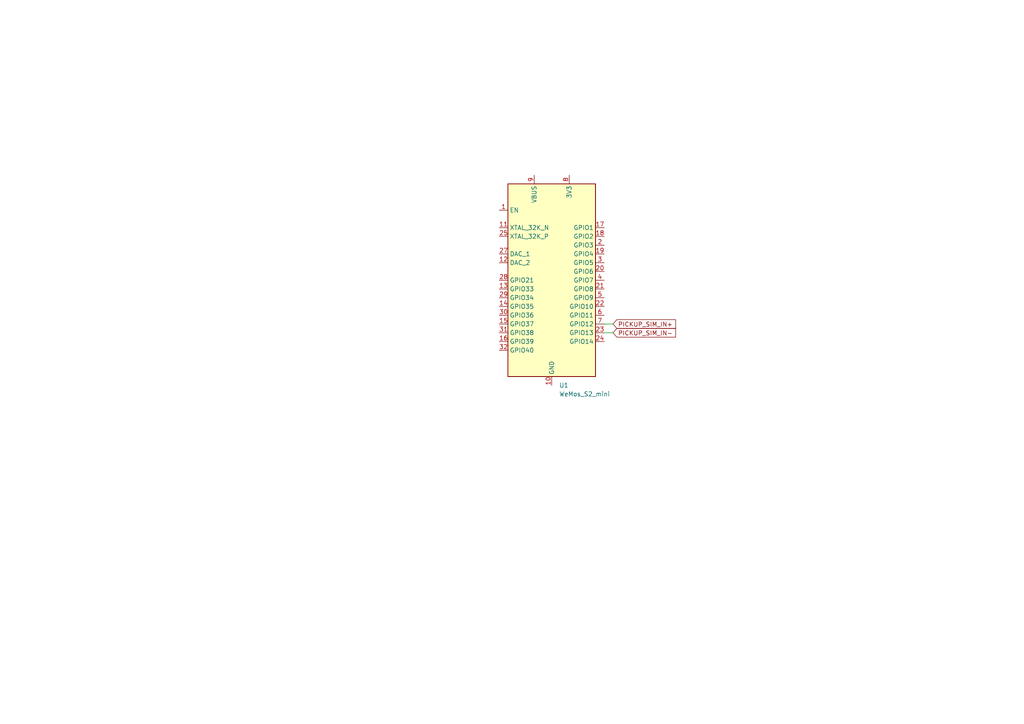
<source format=kicad_sch>
(kicad_sch (version 20250114) (generator "eeschema") (generator_version "9.0")
  (paper "A4")
  (lib_symbols
    (symbol "MCU_Custom:WeMos_S2_mini"
      (property "Reference" "U" (at 2.54 -30.48 0))
      (property "Value" "WeMos_S2_mini" (at 2.54 -33.02 0))
      (symbol "WeMos_S2_mini_1_1"
        (rectangle (start -12.7 27.94) (end 12.7 -27.94) (stroke (width 0.254)) (fill (type background)))
        (pin input line (at -15.24 20.32 0) (length 2.54) (name "EN") (number "1"))
        (pin input line (at -15.24 15.24 0) (length 2.54) (name "XTAL_32K_N") (number "11"))
        (pin output line (at -15.24 12.7 0) (length 2.54) (name "XTAL_32K_P") (number "25"))
        (pin output line (at -15.24 7.62 0) (length 2.54) (name "DAC_1") (number "27"))
        (pin output line (at -15.24 5.08 0) (length 2.54) (name "DAC_2") (number "12"))
        (pin bidirectional line (at -15.24 0 0) (length 2.54) (name "GPIO21") (number "28"))
        (pin bidirectional line (at -15.24 -2.54 0) (length 2.54) (name "GPIO33") (number "13"))
        (pin bidirectional line (at -15.24 -5.08 0) (length 2.54) (name "GPIO34") (number "29"))
        (pin bidirectional line (at -15.24 -7.62 0) (length 2.54) (name "GPIO35") (number "14"))
        (pin bidirectional line (at -15.24 -10.16 0) (length 2.54) (name "GPIO36") (number "30"))
        (pin bidirectional line (at -15.24 -12.7 0) (length 2.54) (name "GPIO37") (number "15"))
        (pin bidirectional line (at -15.24 -15.24 0) (length 2.54) (name "GPIO38") (number "31"))
        (pin bidirectional line (at -15.24 -17.78 0) (length 2.54) (name "GPIO39") (number "16"))
        (pin bidirectional line (at -15.24 -20.32 0) (length 2.54) (name "GPIO40") (number "32"))
        (pin power_out line (at -5.08 30.48 270) (length 2.54) (name "VBUS") (number "9"))
        (pin power_in line (at 0 -30.48 90) (length 2.54) (name "GND") (number "10"))
        (pin passive line (at 0 -30.48 90) (length 2.54) (hide yes) (name "GND") (number "26"))
        (pin power_out line (at 5.08 30.48 270) (length 2.54) (name "3V3") (number "8"))
        (pin bidirectional line (at 15.24 15.24 180) (length 2.54) (name "GPIO1") (number "17"))
        (pin bidirectional line (at 15.24 12.7 180) (length 2.54) (name "GPIO2") (number "18"))
        (pin bidirectional line (at 15.24 10.16 180) (length 2.54) (name "GPIO3") (number "2"))
        (pin bidirectional line (at 15.24 7.62 180) (length 2.54) (name "GPIO4") (number "19"))
        (pin bidirectional line (at 15.24 5.08 180) (length 2.54) (name "GPIO5") (number "3"))
        (pin bidirectional line (at 15.24 2.54 180) (length 2.54) (name "GPIO6") (number "20"))
        (pin bidirectional line (at 15.24 0 180) (length 2.54) (name "GPIO7") (number "4"))
        (pin bidirectional line (at 15.24 -2.54 180) (length 2.54) (name "GPIO8") (number "21"))
        (pin bidirectional line (at 15.24 -5.08 180) (length 2.54) (name "GPIO9") (number "5"))
        (pin bidirectional line (at 15.24 -7.62 180) (length 2.54) (name "GPIO10") (number "22"))
        (pin bidirectional line (at 15.24 -10.16 180) (length 2.54) (name "GPIO11") (number "6"))
        (pin bidirectional line (at 15.24 -12.7 180) (length 2.54) (name "GPIO12") (number "7"))
        (pin bidirectional line (at 15.24 -15.24 180) (length 2.54) (name "GPIO13") (number "23"))
        (pin bidirectional line (at 15.24 -17.78 180) (length 2.54) (name "GPIO14") (number "24"))
      )
    )
  )
  (wire (pts (xy 177.8 96.52) (xy 175.26 96.52)))
  (wire (pts (xy 177.8 93.98) (xy 175.26 93.98)))
  (global_label "PICKUP_SIM_IN+" (shape input) (at 177.8 93.98 0) (property "Intersheetrefs" "${INTERSHEET_REFS}" (effects (hide yes))))
  (global_label "PICKUP_SIM_IN-" (shape input) (at 177.8 96.52 0) (property "Intersheetrefs" "${INTERSHEET_REFS}" (effects (hide yes))))
  (symbol (lib_id "MCU_Custom:WeMos_S2_mini") (at 160.02 81.28 0) (unit 1)
    (property "Reference" "U1" (at 162.1633 111.76 0) (effects (justify left)))
    (property "Value" "WeMos_S2_mini" (at 162.1633 114.3 0) (effects (justify left)))
    (property "Footprint" "MCU_Custom:WEMOS_S2_mini" (effects (hide yes)))
    (property "Datasheet" "https://www.wemos.cc/en/latest/s2/s2_mini.html" (effects (hide yes)))
    (property "Description" "32-bit microcontroller module with WiFi" (effects (hide yes)))
  )
)
</source>
